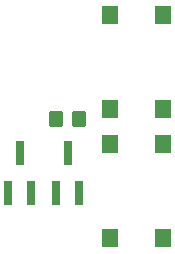
<source format=gbp>
G04 #@! TF.GenerationSoftware,KiCad,Pcbnew,6.0.2+dfsg-1*
G04 #@! TF.CreationDate,2023-09-07T15:13:02+02:00*
G04 #@! TF.ProjectId,flipper_esp32,666c6970-7065-4725-9f65-737033322e6b,rev?*
G04 #@! TF.SameCoordinates,Original*
G04 #@! TF.FileFunction,Paste,Bot*
G04 #@! TF.FilePolarity,Positive*
%FSLAX46Y46*%
G04 Gerber Fmt 4.6, Leading zero omitted, Abs format (unit mm)*
G04 Created by KiCad (PCBNEW 6.0.2+dfsg-1) date 2023-09-07 15:13:02*
%MOMM*%
%LPD*%
G01*
G04 APERTURE LIST*
G04 Aperture macros list*
%AMRoundRect*
0 Rectangle with rounded corners*
0 $1 Rounding radius*
0 $2 $3 $4 $5 $6 $7 $8 $9 X,Y pos of 4 corners*
0 Add a 4 corners polygon primitive as box body*
4,1,4,$2,$3,$4,$5,$6,$7,$8,$9,$2,$3,0*
0 Add four circle primitives for the rounded corners*
1,1,$1+$1,$2,$3*
1,1,$1+$1,$4,$5*
1,1,$1+$1,$6,$7*
1,1,$1+$1,$8,$9*
0 Add four rect primitives between the rounded corners*
20,1,$1+$1,$2,$3,$4,$5,0*
20,1,$1+$1,$4,$5,$6,$7,0*
20,1,$1+$1,$6,$7,$8,$9,0*
20,1,$1+$1,$8,$9,$2,$3,0*%
G04 Aperture macros list end*
%ADD10R,1.400000X1.600000*%
%ADD11RoundRect,0.250000X0.350000X0.450000X-0.350000X0.450000X-0.350000X-0.450000X0.350000X-0.450000X0*%
%ADD12R,0.700000X2.000000*%
G04 APERTURE END LIST*
D10*
X149824000Y-113474000D03*
X149824000Y-105474000D03*
X145324000Y-113474000D03*
X145324000Y-105474000D03*
X149824000Y-124396000D03*
X149824000Y-116396000D03*
X145324000Y-124396000D03*
X145324000Y-116396000D03*
D11*
X140732000Y-114300000D03*
X142732000Y-114300000D03*
D12*
X141732000Y-117172000D03*
X140782000Y-120572000D03*
X142682000Y-120572000D03*
X138618000Y-120572000D03*
X136718000Y-120572000D03*
X137668000Y-117172000D03*
M02*

</source>
